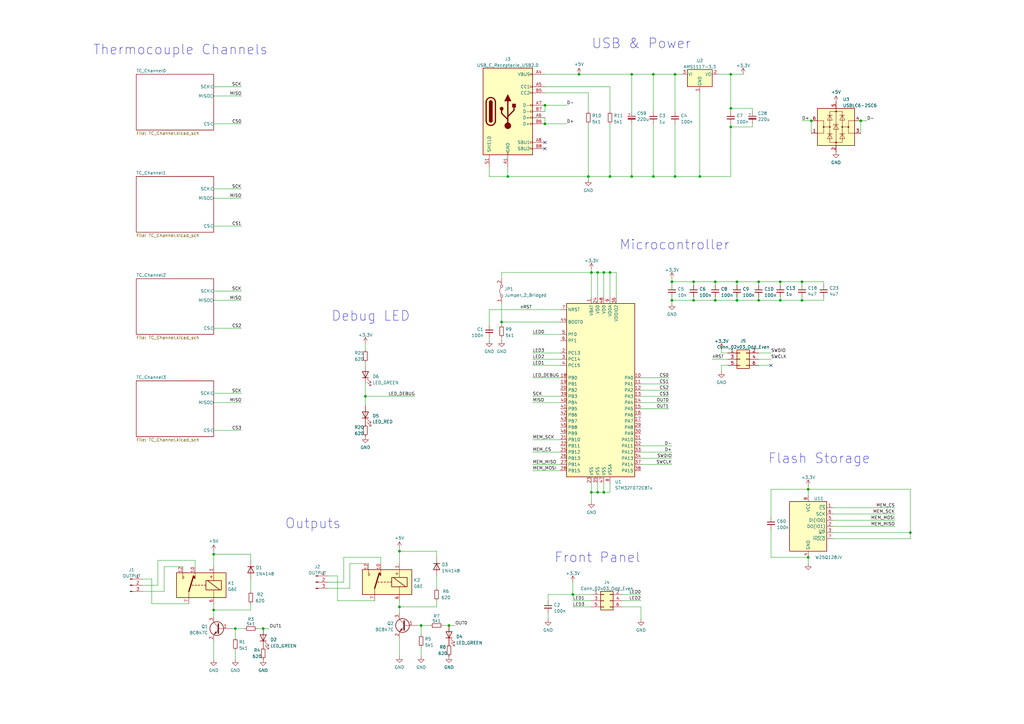
<source format=kicad_sch>
(kicad_sch (version 20230121) (generator eeschema)
  (paper "A3")
  (title_block (title "PTC0402K Temperature Logger") (date "2023-09-13") (rev "1.0") (company "Blueskin Design") (comment 1 "License: CERN-OHL-W") (comment 2 "Designer: Michael Turner"))
  (lib_symbols
    (symbol "Connector:Conn_01x03_Male" (pin_names (offset 1.016) hide)
      (property "Reference" "J" (at 0 5.08 0))
      (property "Value" "Conn_01x03_Male" (at 0 -5.08 0))
      (symbol "Conn_01x03_Male_1_1"
        (pin passive line (at 5.08 2.54 180) (length 3.81) (name "Pin_1") (number "1"))
        (pin passive line (at 5.08 0 180) (length 3.81) (name "Pin_2") (number "2"))
        (pin passive line (at 5.08 -2.54 180) (length 3.81) (name "Pin_3") (number "3"))
      )
    )
    (symbol "Connector:USB_C_Receptacle_USB2.0" (pin_names (offset 1.016))
      (property "Reference" "J" (at -10.16 19.05 0))
      (property "Value" "USB_C_Receptacle_USB2.0" (at 19.05 19.05 0))
      (symbol "USB_C_Receptacle_USB2.0_1_1"
        (pin passive line (at 0 -22.86 90) (length 5.08) (name "GND") (number "A1"))
        (pin passive line (at 0 -22.86 90) (length 5.08) hide (name "GND") (number "A12"))
        (pin passive line (at 15.24 15.24 180) (length 5.08) (name "VBUS") (number "A4"))
        (pin bidirectional line (at 15.24 10.16 180) (length 5.08) (name "CC1") (number "A5"))
        (pin bidirectional line (at 15.24 -2.54 180) (length 5.08) (name "D+") (number "A6"))
        (pin bidirectional line (at 15.24 2.54 180) (length 5.08) (name "D-") (number "A7"))
        (pin bidirectional line (at 15.24 -12.7 180) (length 5.08) (name "SBU1") (number "A8"))
        (pin passive line (at 15.24 15.24 180) (length 5.08) hide (name "VBUS") (number "A9"))
        (pin passive line (at 0 -22.86 90) (length 5.08) hide (name "GND") (number "B1"))
        (pin passive line (at 0 -22.86 90) (length 5.08) hide (name "GND") (number "B12"))
        (pin passive line (at 15.24 15.24 180) (length 5.08) hide (name "VBUS") (number "B4"))
        (pin bidirectional line (at 15.24 7.62 180) (length 5.08) (name "CC2") (number "B5"))
        (pin bidirectional line (at 15.24 -5.08 180) (length 5.08) (name "D+") (number "B6"))
        (pin bidirectional line (at 15.24 0 180) (length 5.08) (name "D-") (number "B7"))
        (pin bidirectional line (at 15.24 -15.24 180) (length 5.08) (name "SBU2") (number "B8"))
        (pin passive line (at 15.24 15.24 180) (length 5.08) hide (name "VBUS") (number "B9"))
        (pin passive line (at -7.62 -22.86 90) (length 5.08) (name "SHIELD") (number "S1"))
      )
    )
    (symbol "Connector_Generic:Conn_02x03_Odd_Even" (pin_names (offset 1.016) hide)
      (property "Reference" "J" (at 1.27 5.08 0))
      (property "Value" "Conn_02x03_Odd_Even" (at 1.27 -5.08 0))
      (symbol "Conn_02x03_Odd_Even_1_1"
        (pin passive line (at -5.08 2.54 0) (length 3.81) (name "Pin_1") (number "1"))
        (pin passive line (at 7.62 2.54 180) (length 3.81) (name "Pin_2") (number "2"))
        (pin passive line (at -5.08 0 0) (length 3.81) (name "Pin_3") (number "3"))
        (pin passive line (at 7.62 0 180) (length 3.81) (name "Pin_4") (number "4"))
        (pin passive line (at -5.08 -2.54 0) (length 3.81) (name "Pin_5") (number "5"))
        (pin passive line (at 7.62 -2.54 180) (length 3.81) (name "Pin_6") (number "6"))
      )
    )
    (symbol "Device:C_Polarized_Small" (pin_numbers hide) (pin_names (offset 0.254) hide)
      (property "Reference" "C" (at 0.254 1.778 0))
      (property "Value" "C_Polarized_Small" (at 0.254 -2.032 0))
      (symbol "C_Polarized_Small_1_1"
        (pin passive line (at 0 2.54 270) (length 1.8542) (name "~") (number "1"))
        (pin passive line (at 0 -2.54 90) (length 1.8542) (name "~") (number "2"))
      )
    )
    (symbol "Device:C_Small" (pin_numbers hide) (pin_names (offset 0.254) hide)
      (property "Reference" "C" (at 0.254 1.778 0))
      (property "Value" "C_Small" (at 0.254 -2.032 0))
      (symbol "C_Small_1_1"
        (pin passive line (at 0 2.54 270) (length 2.032) (name "~") (number "1"))
        (pin passive line (at 0 -2.54 90) (length 2.032) (name "~") (number "2"))
      )
    )
    (symbol "Device:D" (pin_numbers hide) (pin_names (offset 1.016) hide)
      (property "Reference" "D" (at 0 2.54 0))
      (property "Value" "D" (at 0 -2.54 0))
      (symbol "D_1_1"
        (pin passive line (at -3.81 0 0) (length 2.54) (name "K") (number "1"))
        (pin passive line (at 3.81 0 180) (length 2.54) (name "A") (number "2"))
      )
    )
    (symbol "Device:LED" (pin_numbers hide) (pin_names (offset 1.016) hide)
      (property "Reference" "D" (at 0 2.54 0))
      (property "Value" "LED" (at 0 -2.54 0))
      (symbol "LED_1_1"
        (pin passive line (at -3.81 0 0) (length 2.54) (name "K") (number "1"))
        (pin passive line (at 3.81 0 180) (length 2.54) (name "A") (number "2"))
      )
    )
    (symbol "Device:R_Small" (pin_numbers hide) (pin_names (offset 0.254) hide)
      (property "Reference" "R" (at 0.762 0.508 0))
      (property "Value" "R_Small" (at 0.762 -1.016 0))
      (symbol "R_Small_1_1"
        (pin passive line (at 0 2.54 270) (length 0.762) (name "~") (number "1"))
        (pin passive line (at 0 -2.54 90) (length 0.762) (name "~") (number "2"))
      )
    )
    (symbol "Jumper:Jumper_2_Bridged" (pin_names (offset 0) hide)
      (property "Reference" "JP" (at 0 1.905 0))
      (property "Value" "Jumper_2_Bridged" (at 0 -2.54 0))
      (symbol "Jumper_2_Bridged_1_1"
        (pin passive line (at -5.08 0 0) (length 2.54) (name "A") (number "1"))
        (pin passive line (at 5.08 0 180) (length 2.54) (name "B") (number "2"))
      )
    )
    (symbol "MCU_ST_STM32F0:STM32F072C8Tx"
      (property "Reference" "U" (at -15.24 36.83 0))
      (property "Value" "STM32F072C8Tx" (at 7.62 36.83 0))
      (symbol "STM32F072C8Tx_1_1"
        (pin power_in line (at -5.08 38.1 270) (length 2.54) (name "VBAT") (number "1"))
        (pin bidirectional line (at 15.24 5.08 180) (length 2.54) (name "PA0") (number "10"))
        (pin bidirectional line (at 15.24 2.54 180) (length 2.54) (name "PA1") (number "11"))
        (pin bidirectional line (at 15.24 0 180) (length 2.54) (name "PA2") (number "12"))
        (pin bidirectional line (at 15.24 -2.54 180) (length 2.54) (name "PA3") (number "13"))
        (pin bidirectional line (at 15.24 -5.08 180) (length 2.54) (name "PA4") (number "14"))
        (pin bidirectional line (at 15.24 -7.62 180) (length 2.54) (name "PA5") (number "15"))
        (pin bidirectional line (at 15.24 -10.16 180) (length 2.54) (name "PA6") (number "16"))
        (pin bidirectional line (at 15.24 -12.7 180) (length 2.54) (name "PA7") (number "17"))
        (pin bidirectional line (at -17.78 5.08 0) (length 2.54) (name "PB0") (number "18"))
        (pin bidirectional line (at -17.78 2.54 0) (length 2.54) (name "PB1") (number "19"))
        (pin bidirectional line (at -17.78 15.24 0) (length 2.54) (name "PC13") (number "2"))
        (pin bidirectional line (at -17.78 0 0) (length 2.54) (name "PB2") (number "20"))
        (pin bidirectional line (at -17.78 -20.32 0) (length 2.54) (name "PB10") (number "21"))
        (pin bidirectional line (at -17.78 -22.86 0) (length 2.54) (name "PB11") (number "22"))
        (pin power_in line (at -5.08 -38.1 90) (length 2.54) (name "VSS") (number "23"))
        (pin power_in line (at -2.54 38.1 270) (length 2.54) (name "VDD") (number "24"))
        (pin bidirectional line (at -17.78 -25.4 0) (length 2.54) (name "PB12") (number "25"))
        (pin bidirectional line (at -17.78 -27.94 0) (length 2.54) (name "PB13") (number "26"))
        (pin bidirectional line (at -17.78 -30.48 0) (length 2.54) (name "PB14") (number "27"))
        (pin bidirectional line (at -17.78 -33.02 0) (length 2.54) (name "PB15") (number "28"))
        (pin bidirectional line (at 15.24 -15.24 180) (length 2.54) (name "PA8") (number "29"))
        (pin bidirectional line (at -17.78 12.7 0) (length 2.54) (name "PC14") (number "3"))
        (pin bidirectional line (at 15.24 -17.78 180) (length 2.54) (name "PA9") (number "30"))
        (pin bidirectional line (at 15.24 -20.32 180) (length 2.54) (name "PA10") (number "31"))
        (pin bidirectional line (at 15.24 -22.86 180) (length 2.54) (name "PA11") (number "32"))
        (pin bidirectional line (at 15.24 -25.4 180) (length 2.54) (name "PA12") (number "33"))
        (pin bidirectional line (at 15.24 -27.94 180) (length 2.54) (name "PA13") (number "34"))
        (pin power_in line (at -2.54 -38.1 90) (length 2.54) (name "VSS") (number "35"))
        (pin power_in line (at 5.08 38.1 270) (length 2.54) (name "VDDIO2") (number "36"))
        (pin bidirectional line (at 15.24 -30.48 180) (length 2.54) (name "PA14") (number "37"))
        (pin bidirectional line (at 15.24 -33.02 180) (length 2.54) (name "PA15") (number "38"))
        (pin bidirectional line (at -17.78 -2.54 0) (length 2.54) (name "PB3") (number "39"))
        (pin bidirectional line (at -17.78 10.16 0) (length 2.54) (name "PC15") (number "4"))
        (pin bidirectional line (at -17.78 -5.08 0) (length 2.54) (name "PB4") (number "40"))
        (pin bidirectional line (at -17.78 -7.62 0) (length 2.54) (name "PB5") (number "41"))
        (pin bidirectional line (at -17.78 -10.16 0) (length 2.54) (name "PB6") (number "42"))
        (pin bidirectional line (at -17.78 -12.7 0) (length 2.54) (name "PB7") (number "43"))
        (pin input line (at -17.78 27.94 0) (length 2.54) (name "BOOT0") (number "44"))
        (pin bidirectional line (at -17.78 -15.24 0) (length 2.54) (name "PB8") (number "45"))
        (pin bidirectional line (at -17.78 -17.78 0) (length 2.54) (name "PB9") (number "46"))
        (pin power_in line (at 0 -38.1 90) (length 2.54) (name "VSS") (number "47"))
        (pin power_in line (at 0 38.1 270) (length 2.54) (name "VDD") (number "48"))
        (pin input line (at -17.78 22.86 0) (length 2.54) (name "PF0") (number "5"))
        (pin input line (at -17.78 20.32 0) (length 2.54) (name "PF1") (number "6"))
        (pin input line (at -17.78 33.02 0) (length 2.54) (name "NRST") (number "7"))
        (pin power_in line (at 2.54 -38.1 90) (length 2.54) (name "VSSA") (number "8"))
        (pin power_in line (at 2.54 38.1 270) (length 2.54) (name "VDDA") (number "9"))
      )
    )
    (symbol "Memory_Flash:W25X40CLSN"
      (property "Reference" "U" (at -7.62 10.16 0))
      (property "Value" "W25X40CLSN" (at 2.54 10.16 0))
      (symbol "W25X40CLSN_1_1"
        (pin input line (at -10.16 7.62 0) (length 2.54) (name "~{CS}") (number "1"))
        (pin bidirectional line (at -10.16 0 0) (length 2.54) (name "DO(IO1)") (number "2"))
        (pin bidirectional line (at -10.16 -2.54 0) (length 2.54) (name "~{WP}") (number "3"))
        (pin power_in line (at 0 -12.7 90) (length 2.54) (name "GND") (number "4"))
        (pin bidirectional line (at -10.16 2.54 0) (length 2.54) (name "DI(IO0)") (number "5"))
        (pin input line (at -10.16 5.08 0) (length 2.54) (name "SCK") (number "6"))
        (pin bidirectional line (at -10.16 -5.08 0) (length 2.54) (name "~{HOLD}") (number "7"))
        (pin power_in line (at 0 12.7 270) (length 2.54) (name "VCC") (number "8"))
      )
    )
    (symbol "Power_Protection:USBLC6-2SC6" (pin_names hide)
      (property "Reference" "U" (at 2.54 8.89 0))
      (property "Value" "USBLC6-2SC6" (at 2.54 -8.89 0))
      (symbol "USBLC6-2SC6_1_1"
        (pin passive line (at -10.16 -2.54 0) (length 2.54) (name "I/O1") (number "1"))
        (pin passive line (at 0 -10.16 90) (length 2.54) (name "GND") (number "2"))
        (pin passive line (at 10.16 -2.54 180) (length 2.54) (name "I/O2") (number "3"))
        (pin passive line (at 10.16 2.54 180) (length 2.54) (name "I/O2") (number "4"))
        (pin passive line (at 0 10.16 270) (length 2.54) (name "VBUS") (number "5"))
        (pin passive line (at -10.16 2.54 0) (length 2.54) (name "I/O1") (number "6"))
      )
    )
    (symbol "Regulator_Linear:AMS1117-3.3" (pin_names (offset 0.254))
      (property "Reference" "U" (at -3.81 3.175 0))
      (property "Value" "AMS1117-3.3" (at 0 3.175 0))
      (symbol "AMS1117-3.3_1_1"
        (pin power_in line (at 0 -7.62 90) (length 2.54) (name "GND") (number "1"))
        (pin power_out line (at 7.62 0 180) (length 2.54) (name "VO") (number "2"))
        (pin power_in line (at -7.62 0 0) (length 2.54) (name "VI") (number "3"))
      )
    )
    (symbol "Relay:G6E"
      (property "Reference" "K" (at 11.43 3.81 0))
      (property "Value" "G6E" (at 11.43 1.27 0))
      (symbol "G6E_0_0"
        (text "+" (at -4.064 3.556 0) (effects (font (size 1.524 1.524))))
      )
      (symbol "G6E_1_1"
        (pin passive line (at -5.08 7.62 270) (length 2.54) (name "~") (number "1"))
        (pin passive line (at 2.54 7.62 270) (length 2.54) (name "~") (number "10"))
        (pin passive line (at 7.62 7.62 270) (length 2.54) (name "~") (number "12"))
        (pin passive line (at -5.08 -7.62 90) (length 2.54) (name "~") (number "6"))
        (pin passive line (at 5.08 -7.62 90) (length 2.54) (name "~") (number "7"))
      )
    )
    (symbol "Transistor_BJT:BC847" (pin_names (offset 0) hide)
      (property "Reference" "Q" (at 5.08 1.905 0))
      (property "Value" "BC847" (at 5.08 0 0))
      (symbol "BC847_1_1"
        (pin input line (at -5.08 0 0) (length 5.715) (name "B") (number "1"))
        (pin passive line (at 2.54 -5.08 90) (length 2.54) (name "E") (number "2"))
        (pin passive line (at 2.54 5.08 270) (length 2.54) (name "C") (number "3"))
      )
    )
    (symbol "power:+3.3V" (power) (pin_names (offset 0))
      (property "Value" "+3.3V" (at 0 3.556 0))
      (symbol "+3.3V_1_1"
        (pin power_in line (at 0 0 90) (length 0) hide (name "+3.3V") (number "1"))
      )
    )
    (symbol "power:+5V" (power) (pin_names (offset 0))
      (property "Value" "+5V" (at 0 3.556 0))
      (symbol "+5V_1_1"
        (pin power_in line (at 0 0 90) (length 0) hide (name "+5V") (number "1"))
      )
    )
    (symbol "power:GND" (power) (pin_names (offset 0))
      (property "Value" "GND" (at 0 -3.81 0))
      (symbol "GND_1_1"
        (pin power_in line (at 0 0 270) (length 0) hide (name "GND") (number "1"))
      )
    )
  )
  (junction (at 259.08 72.39))
  (junction (at 275.59 123.19))
  (junction (at 275.59 115.57))
  (junction (at 242.57 111.76))
  (junction (at 267.97 30.48))
  (junction (at 223.52 43.18))
  (junction (at 302.26 115.57))
  (junction (at 87.63 250.19))
  (junction (at 284.48 123.19))
  (junction (at 293.37 115.57))
  (junction (at 267.97 72.39))
  (junction (at 328.93 123.19))
  (junction (at 96.52 257.81))
  (junction (at 299.72 52.07))
  (junction (at 320.04 123.19))
  (junction (at 234.95 243.84))
  (junction (at 163.83 226.06))
  (junction (at 250.19 72.39))
  (junction (at 299.72 44.45))
  (junction (at 241.3 72.39))
  (junction (at 208.28 72.39))
  (junction (at 331.47 228.6))
  (junction (at 259.08 30.48))
  (junction (at 172.72 256.54))
  (junction (at 287.02 72.39))
  (junction (at 293.37 123.19))
  (junction (at 107.95 257.81))
  (junction (at 245.11 111.76))
  (junction (at 247.65 201.93))
  (junction (at 250.19 111.76))
  (junction (at 311.15 115.57))
  (junction (at 245.11 201.93))
  (junction (at 205.74 132.08))
  (junction (at 247.65 111.76))
  (junction (at 87.63 227.33))
  (junction (at 276.86 72.39))
  (junction (at 320.04 115.57))
  (junction (at 223.52 50.8))
  (junction (at 276.86 30.48))
  (junction (at 328.93 115.57))
  (junction (at 299.72 30.48))
  (junction (at 331.47 200.66))
  (junction (at 163.83 248.92))
  (junction (at 353.06 49.53))
  (junction (at 302.26 123.19))
  (junction (at 242.57 201.93))
  (junction (at 149.86 162.56))
  (junction (at 237.49 30.48))
  (junction (at 284.48 115.57))
  (junction (at 311.15 123.19))
  (junction (at 373.38 218.44))
  (junction (at 184.15 256.54))
  (junction (at 332.74 49.53))
  (no_connect (at 223.52 58.42))
  (no_connect (at 223.52 60.96))
  (no_connect (at 316.23 149.86))
  (wire (pts (xy 255.27 246.38) (xy 262.89 246.38)))
  (wire (pts (xy 259.08 30.48) (xy 267.97 30.48)))
  (wire (pts (xy 87.63 165.1) (xy 99.06 165.1)))
  (wire (pts (xy 267.97 50.8) (xy 267.97 72.39)))
  (wire (pts (xy 80.01 232.41) (xy 80.01 229.87)))
  (wire (pts (xy 311.15 149.86) (xy 316.23 149.86)))
  (wire (pts (xy 295.91 144.78) (xy 298.45 144.78)))
  (wire (pts (xy 102.87 237.49) (xy 102.87 242.57)))
  (wire (pts (xy 205.74 111.76) (xy 205.74 114.3)))
  (wire (pts (xy 229.87 127) (xy 200.66 127)))
  (wire (pts (xy 262.89 190.5) (xy 275.59 190.5)))
  (wire (pts (xy 153.67 246.38) (xy 138.43 246.38)))
  (wire (pts (xy 134.62 236.22) (xy 138.43 236.22)))
  (wire (pts (xy 320.04 115.57) (xy 320.04 116.84)))
  (wire (pts (xy 295.91 143.51) (xy 295.91 144.78)))
  (wire (pts (xy 241.3 72.39) (xy 241.3 73.66)))
  (wire (pts (xy 275.59 115.57) (xy 284.48 115.57)))
  (wire (pts (xy 328.93 121.92) (xy 328.93 123.19)))
  (wire (pts (xy 102.87 250.19) (xy 87.63 250.19)))
  (wire (pts (xy 250.19 35.56) (xy 250.19 45.72)))
  (wire (pts (xy 250.19 50.8) (xy 250.19 72.39)))
  (wire (pts (xy 163.83 224.79) (xy 163.83 226.06)))
  (wire (pts (xy 341.63 210.82) (xy 367.03 210.82)))
  (wire (pts (xy 172.72 265.43) (xy 172.72 269.24)))
  (wire (pts (xy 179.07 248.92) (xy 163.83 248.92)))
  (wire (pts (xy 218.44 185.42) (xy 229.87 185.42)))
  (wire (pts (xy 205.74 132.08) (xy 229.87 132.08)))
  (wire (pts (xy 302.26 121.92) (xy 302.26 123.19)))
  (wire (pts (xy 302.26 123.19) (xy 293.37 123.19)))
  (wire (pts (xy 241.3 38.1) (xy 241.3 45.72)))
  (wire (pts (xy 247.65 111.76) (xy 247.65 121.92)))
  (wire (pts (xy 298.45 149.86) (xy 295.91 149.86)))
  (wire (pts (xy 341.63 213.36) (xy 367.03 213.36)))
  (wire (pts (xy 205.74 133.35) (xy 205.74 132.08)))
  (wire (pts (xy 275.59 121.92) (xy 275.59 123.19)))
  (wire (pts (xy 316.23 228.6) (xy 331.47 228.6)))
  (wire (pts (xy 275.59 115.57) (xy 275.59 116.84)))
  (wire (pts (xy 87.63 226.06) (xy 87.63 227.33)))
  (wire (pts (xy 262.89 185.42) (xy 275.59 185.42)))
  (wire (pts (xy 341.63 208.28) (xy 367.03 208.28)))
  (wire (pts (xy 311.15 115.57) (xy 311.15 116.84)))
  (wire (pts (xy 229.87 190.5) (xy 218.44 190.5)))
  (wire (pts (xy 316.23 217.17) (xy 316.23 228.6)))
  (wire (pts (xy 262.89 182.88) (xy 275.59 182.88)))
  (wire (pts (xy 320.04 123.19) (xy 328.93 123.19)))
  (wire (pts (xy 149.86 140.97) (xy 149.86 143.51)))
  (wire (pts (xy 308.61 44.45) (xy 308.61 45.72)))
  (wire (pts (xy 341.63 218.44) (xy 373.38 218.44)))
  (wire (pts (xy 331.47 199.39) (xy 331.47 200.66)))
  (wire (pts (xy 87.63 227.33) (xy 87.63 232.41)))
  (wire (pts (xy 250.19 111.76) (xy 252.73 111.76)))
  (wire (pts (xy 274.32 165.1) (xy 262.89 165.1)))
  (wire (pts (xy 205.74 124.46) (xy 205.74 132.08)))
  (wire (pts (xy 102.87 247.65) (xy 102.87 250.19)))
  (wire (pts (xy 163.83 248.92) (xy 163.83 251.46)))
  (wire (pts (xy 311.15 121.92) (xy 311.15 123.19)))
  (wire (pts (xy 293.37 115.57) (xy 302.26 115.57)))
  (wire (pts (xy 87.63 134.62) (xy 99.06 134.62)))
  (wire (pts (xy 218.44 137.16) (xy 229.87 137.16)))
  (wire (pts (xy 87.63 92.71) (xy 99.06 92.71)))
  (wire (pts (xy 250.19 201.93) (xy 250.19 198.12)))
  (wire (pts (xy 287.02 38.1) (xy 287.02 72.39)))
  (wire (pts (xy 64.77 229.87) (xy 64.77 240.03)))
  (wire (pts (xy 96.52 257.81) (xy 96.52 261.62)))
  (wire (pts (xy 223.52 50.8) (xy 232.41 50.8)))
  (wire (pts (xy 245.11 111.76) (xy 247.65 111.76)))
  (wire (pts (xy 208.28 72.39) (xy 241.3 72.39)))
  (wire (pts (xy 245.11 111.76) (xy 245.11 121.92)))
  (wire (pts (xy 320.04 123.19) (xy 311.15 123.19)))
  (wire (pts (xy 74.93 232.41) (xy 67.31 232.41)))
  (wire (pts (xy 163.83 226.06) (xy 179.07 226.06)))
  (wire (pts (xy 234.95 248.92) (xy 242.57 248.92)))
  (wire (pts (xy 331.47 228.6) (xy 331.47 231.14)))
  (wire (pts (xy 373.38 218.44) (xy 373.38 200.66)))
  (wire (pts (xy 100.33 257.81) (xy 96.52 257.81)))
  (wire (pts (xy 299.72 30.48) (xy 304.8 30.48)))
  (wire (pts (xy 311.15 144.78) (xy 316.23 144.78)))
  (wire (pts (xy 341.63 220.98) (xy 373.38 220.98)))
  (wire (pts (xy 353.06 49.53) (xy 355.6 49.53)))
  (wire (pts (xy 293.37 121.92) (xy 293.37 123.19)))
  (wire (pts (xy 156.21 231.14) (xy 156.21 228.6)))
  (wire (pts (xy 262.89 162.56) (xy 274.32 162.56)))
  (wire (pts (xy 299.72 45.72) (xy 299.72 44.45)))
  (wire (pts (xy 267.97 30.48) (xy 267.97 45.72)))
  (wire (pts (xy 87.63 123.19) (xy 99.06 123.19)))
  (wire (pts (xy 200.66 127) (xy 200.66 133.35)))
  (wire (pts (xy 223.52 30.48) (xy 237.49 30.48)))
  (wire (pts (xy 234.95 238.76) (xy 234.95 243.84)))
  (wire (pts (xy 105.41 257.81) (xy 107.95 257.81)))
  (wire (pts (xy 241.3 50.8) (xy 241.3 72.39)))
  (wire (pts (xy 62.23 247.65) (xy 62.23 237.49)))
  (wire (pts (xy 200.66 138.43) (xy 200.66 139.7)))
  (wire (pts (xy 311.15 115.57) (xy 320.04 115.57)))
  (wire (pts (xy 223.52 35.56) (xy 250.19 35.56)))
  (wire (pts (xy 87.63 35.56) (xy 99.06 35.56)))
  (wire (pts (xy 259.08 30.48) (xy 259.08 45.72)))
  (wire (pts (xy 337.82 121.92) (xy 337.82 123.19)))
  (wire (pts (xy 274.32 167.64) (xy 262.89 167.64)))
  (wire (pts (xy 247.65 198.12) (xy 247.65 201.93)))
  (wire (pts (xy 163.83 226.06) (xy 163.83 231.14)))
  (wire (pts (xy 252.73 111.76) (xy 252.73 121.92)))
  (wire (pts (xy 156.21 228.6) (xy 140.97 228.6)))
  (wire (pts (xy 242.57 201.93) (xy 245.11 201.93)))
  (wire (pts (xy 299.72 44.45) (xy 308.61 44.45)))
  (wire (pts (xy 255.27 243.84) (xy 262.89 243.84)))
  (wire (pts (xy 179.07 236.22) (xy 179.07 241.3)))
  (wire (pts (xy 332.74 49.53) (xy 332.74 54.61)))
  (wire (pts (xy 143.51 241.3) (xy 134.62 241.3)))
  (wire (pts (xy 208.28 68.58) (xy 208.28 72.39)))
  (wire (pts (xy 149.86 162.56) (xy 170.18 162.56)))
  (wire (pts (xy 331.47 200.66) (xy 316.23 200.66)))
  (wire (pts (xy 276.86 30.48) (xy 276.86 45.72)))
  (wire (pts (xy 293.37 115.57) (xy 293.37 116.84)))
  (wire (pts (xy 87.63 50.8) (xy 99.06 50.8)))
  (wire (pts (xy 247.65 111.76) (xy 250.19 111.76)))
  (wire (pts (xy 302.26 115.57) (xy 311.15 115.57)))
  (wire (pts (xy 262.89 157.48) (xy 274.32 157.48)))
  (wire (pts (xy 237.49 30.48) (xy 259.08 30.48)))
  (wire (pts (xy 242.57 198.12) (xy 242.57 201.93)))
  (wire (pts (xy 87.63 250.19) (xy 87.63 252.73)))
  (wire (pts (xy 284.48 115.57) (xy 284.48 116.84)))
  (wire (pts (xy 299.72 52.07) (xy 308.61 52.07)))
  (wire (pts (xy 205.74 138.43) (xy 205.74 139.7)))
  (wire (pts (xy 218.44 144.78) (xy 229.87 144.78)))
  (wire (pts (xy 179.07 246.38) (xy 179.07 248.92)))
  (wire (pts (xy 250.19 111.76) (xy 250.19 121.92)))
  (wire (pts (xy 311.15 123.19) (xy 302.26 123.19)))
  (wire (pts (xy 138.43 246.38) (xy 138.43 236.22)))
  (wire (pts (xy 224.79 246.38) (xy 224.79 243.84)))
  (wire (pts (xy 293.37 123.19) (xy 284.48 123.19)))
  (wire (pts (xy 320.04 115.57) (xy 328.93 115.57)))
  (wire (pts (xy 284.48 115.57) (xy 293.37 115.57)))
  (wire (pts (xy 234.95 243.84) (xy 242.57 243.84)))
  (wire (pts (xy 241.3 72.39) (xy 250.19 72.39)))
  (wire (pts (xy 218.44 165.1) (xy 229.87 165.1)))
  (wire (pts (xy 179.07 226.06) (xy 179.07 228.6)))
  (wire (pts (xy 262.89 187.96) (xy 275.59 187.96)))
  (wire (pts (xy 163.83 261.62) (xy 163.83 269.24)))
  (wire (pts (xy 223.52 48.26) (xy 223.52 50.8)))
  (wire (pts (xy 262.89 160.02) (xy 274.32 160.02)))
  (wire (pts (xy 316.23 200.66) (xy 316.23 212.09)))
  (wire (pts (xy 242.57 110.49) (xy 242.57 111.76)))
  (wire (pts (xy 140.97 228.6) (xy 140.97 238.76)))
  (wire (pts (xy 151.13 231.14) (xy 143.51 231.14)))
  (wire (pts (xy 200.66 72.39) (xy 208.28 72.39)))
  (wire (pts (xy 67.31 232.41) (xy 67.31 242.57)))
  (wire (pts (xy 223.52 38.1) (xy 241.3 38.1)))
  (wire (pts (xy 242.57 201.93) (xy 242.57 205.74)))
  (wire (pts (xy 223.52 43.18) (xy 232.41 43.18)))
  (wire (pts (xy 64.77 240.03) (xy 58.42 240.03)))
  (wire (pts (xy 80.01 229.87) (xy 64.77 229.87)))
  (wire (pts (xy 96.52 257.81) (xy 95.25 257.81)))
  (wire (pts (xy 262.89 248.92) (xy 262.89 254)))
  (wire (pts (xy 87.63 81.28) (xy 99.06 81.28)))
  (wire (pts (xy 242.57 111.76) (xy 242.57 121.92)))
  (wire (pts (xy 224.79 251.46) (xy 224.79 254)))
  (wire (pts (xy 299.72 72.39) (xy 299.72 52.07)))
  (wire (pts (xy 242.57 111.76) (xy 245.11 111.76)))
  (wire (pts (xy 87.63 227.33) (xy 102.87 227.33)))
  (wire (pts (xy 276.86 50.8) (xy 276.86 72.39)))
  (wire (pts (xy 87.63 262.89) (xy 87.63 270.51)))
  (wire (pts (xy 259.08 72.39) (xy 267.97 72.39)))
  (wire (pts (xy 143.51 231.14) (xy 143.51 241.3)))
  (wire (pts (xy 276.86 30.48) (xy 279.4 30.48)))
  (wire (pts (xy 328.93 123.19) (xy 337.82 123.19)))
  (wire (pts (xy 255.27 248.92) (xy 262.89 248.92)))
  (wire (pts (xy 87.63 176.53) (xy 99.06 176.53)))
  (wire (pts (xy 234.95 246.38) (xy 242.57 246.38)))
  (wire (pts (xy 311.15 147.32) (xy 316.23 147.32)))
  (wire (pts (xy 275.59 123.19) (xy 275.59 124.46)))
  (wire (pts (xy 218.44 154.94) (xy 229.87 154.94)))
  (wire (pts (xy 250.19 72.39) (xy 259.08 72.39)))
  (wire (pts (xy 320.04 121.92) (xy 320.04 123.19)))
  (wire (pts (xy 294.64 30.48) (xy 299.72 30.48)))
  (wire (pts (xy 163.83 246.38) (xy 163.83 248.92)))
  (wire (pts (xy 299.72 44.45) (xy 299.72 30.48)))
  (wire (pts (xy 287.02 72.39) (xy 299.72 72.39)))
  (wire (pts (xy 267.97 72.39) (xy 276.86 72.39)))
  (wire (pts (xy 107.95 257.81) (xy 110.49 257.81)))
  (wire (pts (xy 87.63 247.65) (xy 87.63 250.19)))
  (wire (pts (xy 245.11 201.93) (xy 247.65 201.93)))
  (wire (pts (xy 200.66 68.58) (xy 200.66 72.39)))
  (wire (pts (xy 87.63 39.37) (xy 99.06 39.37)))
  (wire (pts (xy 295.91 149.86) (xy 295.91 152.4)))
  (wire (pts (xy 134.62 238.76) (xy 140.97 238.76)))
  (wire (pts (xy 229.87 180.34) (xy 218.44 180.34)))
  (wire (pts (xy 262.89 154.94) (xy 274.32 154.94)))
  (wire (pts (xy 276.86 72.39) (xy 287.02 72.39)))
  (wire (pts (xy 275.59 114.3) (xy 275.59 115.57)))
  (wire (pts (xy 218.44 193.04) (xy 229.87 193.04)))
  (wire (pts (xy 328.93 49.53) (xy 332.74 49.53)))
  (wire (pts (xy 58.42 242.57) (xy 67.31 242.57)))
  (wire (pts (xy 328.93 115.57) (xy 328.93 116.84)))
  (wire (pts (xy 172.72 256.54) (xy 171.45 256.54)))
  (wire (pts (xy 337.82 115.57) (xy 337.82 116.84)))
  (wire (pts (xy 172.72 256.54) (xy 172.72 260.35)))
  (wire (pts (xy 259.08 50.8) (xy 259.08 72.39)))
  (wire (pts (xy 341.63 215.9) (xy 367.03 215.9)))
  (wire (pts (xy 328.93 115.57) (xy 337.82 115.57)))
  (wire (pts (xy 218.44 147.32) (xy 229.87 147.32)))
  (wire (pts (xy 87.63 119.38) (xy 99.06 119.38)))
  (wire (pts (xy 284.48 123.19) (xy 275.59 123.19)))
  (wire (pts (xy 284.48 121.92) (xy 284.48 123.19)))
  (wire (pts (xy 87.63 161.29) (xy 99.06 161.29)))
  (wire (pts (xy 176.53 256.54) (xy 172.72 256.54)))
  (wire (pts (xy 102.87 227.33) (xy 102.87 229.87)))
  (wire (pts (xy 62.23 237.49) (xy 58.42 237.49)))
  (wire (pts (xy 247.65 201.93) (xy 250.19 201.93)))
  (wire (pts (xy 149.86 162.56) (xy 149.86 166.37)))
  (wire (pts (xy 149.86 157.48) (xy 149.86 162.56)))
  (wire (pts (xy 96.52 266.7) (xy 96.52 270.51)))
  (wire (pts (xy 181.61 256.54) (xy 184.15 256.54)))
  (wire (pts (xy 292.1 147.32) (xy 298.45 147.32)))
  (wire (pts (xy 308.61 50.8) (xy 308.61 52.07)))
  (wire (pts (xy 77.47 247.65) (xy 62.23 247.65)))
  (wire (pts (xy 373.38 218.44) (xy 373.38 220.98)))
  (wire (pts (xy 218.44 149.86) (xy 229.87 149.86)))
  (wire (pts (xy 224.79 243.84) (xy 234.95 243.84)))
  (wire (pts (xy 245.11 198.12) (xy 245.11 201.93)))
  (wire (pts (xy 331.47 200.66) (xy 373.38 200.66)))
  (wire (pts (xy 353.06 49.53) (xy 353.06 54.61)))
  (wire (pts (xy 218.44 162.56) (xy 229.87 162.56)))
  (wire (pts (xy 223.52 43.18) (xy 223.52 45.72)))
  (wire (pts (xy 299.72 52.07) (xy 299.72 50.8)))
  (wire (pts (xy 331.47 200.66) (xy 331.47 203.2)))
  (wire (pts (xy 184.15 256.54) (xy 186.69 256.54)))
  (wire (pts (xy 242.57 111.76) (xy 205.74 111.76)))
  (wire (pts (xy 302.26 115.57) (xy 302.26 116.84)))
  (wire (pts (xy 267.97 30.48) (xy 276.86 30.48)))
  (wire (pts (xy 87.63 77.47) (xy 99.06 77.47)))
  (wire (pts (xy 149.86 148.59) (xy 149.86 149.86)))
  (text "Microcontroller" (at 254 102.87 0) (effects (font (size 4 4)) (justify left bottom)))
  (text "Debug LED\n" (at 135.89 132.08 0) (effects (font (size 4 4)) (justify left bottom)))
  (text "Flash Storage" (at 314.96 190.5 0) (effects (font (size 4 4)) (justify left bottom)))
  (text "Thermocouple Channels" (at 38.1 22.86 0) (effects (font (size 4 4)) (justify left bottom)))
  (text "Outputs" (at 116.84 217.17 0) (effects (font (size 4 4)) (justify left bottom)))
  (text "Front Panel" (at 227.33 231.14 0) (effects (font (size 4 4)) (justify left bottom)))
  (text "USB & Power" (at 242.57 20.32 0) (effects (font (size 4 4)) (justify left bottom)))
  (label "CS1" (at 99.06 92.71 180))
  (label "LED0" (at 218.44 137.16 0))
  (label "D+" (at 275.59 185.42 180))
  (label "MISO" (at 99.06 123.19 180))
  (label "CS3" (at 274.32 162.56 180))
  (label "MEM_MISO" (at 367.03 215.9 180))
  (label "MISO" (at 99.06 165.1 180))
  (label "SCK" (at 99.06 77.47 180))
  (label "MEM_SCK" (at 218.44 180.34 0))
  (label "MEM_CS" (at 367.03 208.28 180))
  (label "SCK" (at 218.44 162.56 0))
  (label "LED3" (at 218.44 144.78 0))
  (label "OUT0" (at 186.69 256.54 0))
  (label "SCK" (at 99.06 119.38 180))
  (label "D+" (at 328.93 49.53 0))
  (label "SWCLK" (at 275.59 190.5 180))
  (label "LED0" (at 262.89 243.84 180))
  (label "D-" (at 355.6 49.53 0))
  (label "SWDIO" (at 275.59 187.96 180))
  (label "OUT0" (at 274.32 165.1 180))
  (label "MISO" (at 218.44 165.1 0))
  (label "nRST" (at 292.1 147.32 0))
  (label "CS3" (at 99.06 176.53 180))
  (label "nRST" (at 213.36 127 0))
  (label "MISO" (at 99.06 81.28 180))
  (label "D+" (at 232.41 50.8 0))
  (label "D-" (at 232.41 43.18 0))
  (label "CS1" (at 274.32 157.48 180))
  (label "SWCLK" (at 316.23 147.32 0))
  (label "D-" (at 275.59 182.88 180))
  (label "OUT1" (at 110.49 257.81 0))
  (label "LED_DEBUG" (at 218.44 154.94 0))
  (label "SCK" (at 99.06 35.56 180))
  (label "MEM_MOSI" (at 218.44 193.04 0))
  (label "LED1" (at 218.44 149.86 0))
  (label "MISO" (at 99.06 39.37 180))
  (label "OUT1" (at 274.32 167.64 180))
  (label "LED3" (at 234.95 248.92 0))
  (label "LED1" (at 234.95 246.38 0))
  (label "CS0" (at 99.06 50.8 180))
  (label "SCK" (at 99.06 161.29 180))
  (label "CS2" (at 274.32 160.02 180))
  (label "CS0" (at 274.32 154.94 180))
  (label "LED2" (at 218.44 147.32 0))
  (label "MEM_MISO" (at 218.44 190.5 0))
  (label "MEM_MOSI" (at 367.03 213.36 180))
  (label "MEM_CS" (at 218.44 185.42 0))
  (label "CS2" (at 99.06 134.62 180))
  (label "LED_DEBUG" (at 170.18 162.56 180))
  (label "LED2" (at 262.89 246.38 180))
  (label "MEM_SCK" (at 367.03 210.82 180))
  (label "SWDIO" (at 316.23 144.78 0))
  (symbol (lib_id "power:GND") (at 87.63 270.51 0) (unit 1)
    (property "Reference" "#PWR02" (effects hide))
    (property "Value" "GND" (at 87.63 274.9534 0))
  )
  (symbol (lib_id "power:GND") (at 342.9 62.23 0) (unit 1)
    (property "Reference" "#PWR022" (effects hide))
    (property "Value" "GND" (at 342.9 66.6734 0))
  )
  (symbol (lib_id "Device:C_Small") (at 200.66 135.89 0) (mirror y) (unit 1)
    (property "Reference" "C1" (at 198.3359 135.0616 0) (effects (justify left)))
    (property "Value" "100n" (at 198.3359 137.5985 0) (effects (justify left)))
    (property "Footprint" "Capacitor_SMD:C_0603_1608Metric" (effects hide))
    (property "JLC Part Number" "C14663" (effects hide))
  )
  (symbol (lib_id "power:GND") (at 241.3 73.66 0) (unit 1)
    (property "Reference" "#PWR013" (effects hide))
    (property "Value" "GND" (at 241.3 78.1034 0))
  )
  (symbol (lib_id "Device:C_Small") (at 284.48 119.38 0) (unit 1)
    (property "Reference" "C6" (at 286.8041 118.5516 0) (effects (justify left)))
    (property "Value" "100n" (at 286.8041 121.0885 0) (effects (justify left)))
    (property "Footprint" "Capacitor_SMD:C_0603_1608Metric" (effects hide))
    (property "JLC Part Number" "C14663" (effects hide))
  )
  (symbol (lib_id "Relay:G6E") (at 158.75 238.76 0) (mirror y) (unit 1)
    (property "Reference" "K2" (at 169.672 237.9253 0) (effects (justify right)))
    (property "Value" "G6E" (at 169.672 240.4622 0) (effects (justify right)))
    (property "Footprint" "Relay_THT:Relay_SPDT_Omron_G6E" (effects hide))
    (property "Datasheet" "https://www.omron.com/ecb/products/pdf/en-g6e.pdf" (effects hide))
    (property "JLC Part Number" "C43125" (effects hide))
  )
  (symbol (lib_id "Connector_Generic:Conn_02x03_Odd_Even") (at 247.65 246.38 0) (unit 1)
    (property "Reference" "J4" (at 248.92 238.8702 0))
    (property "Value" "Conn_02x03_Odd_Even" (at 248.92 241.4071 0))
    (property "Footprint" "Connector_PinHeader_2.54mm:PinHeader_2x03_P2.54mm_Horizontal" (effects hide))
    (property "JLC Part Number" "DNP" (effects hide))
  )
  (symbol (lib_id "Device:R_Small") (at 184.15 266.7 180) (unit 1)
    (property "Reference" "R8" (at 181.61 265.43 0))
    (property "Value" "620" (at 181.61 267.97 0))
    (property "Footprint" "Resistor_SMD:R_0603_1608Metric" (effects hide))
    (property "JLC Part Number" "C23220" (effects hide))
  )
  (symbol (lib_id "Device:C_Small") (at 275.59 119.38 0) (unit 1)
    (property "Reference" "C5" (at 277.9141 118.5516 0) (effects (justify left)))
    (property "Value" "10n" (at 277.9141 121.0885 0) (effects (justify left)))
    (property "Footprint" "Capacitor_SMD:C_0603_1608Metric" (effects hide))
    (property "JLC Part Number" "C57112" (effects hide))
  )
  (symbol (lib_id "Device:C_Small") (at 337.82 119.38 0) (unit 1)
    (property "Reference" "C23" (at 340.1441 118.1742 0) (effects (justify left)))
    (property "Value" "4u7" (at 340.1441 120.5984 0) (effects (justify left)))
    (property "Footprint" "Capacitor_SMD:C_0603_1608Metric" (effects hide))
    (property "JLC Part Number" "C19666" (effects hide))
  )
  (symbol (lib_id "Transistor_BJT:BC847") (at 166.37 256.54 0) (mirror y) (unit 1)
    (property "Reference" "Q2" (at 161.5186 255.7053 0) (effects (justify left)))
    (property "Value" "BC847C" (at 161.5186 258.2422 0) (effects (justify left)))
    (property "Footprint" "Package_TO_SOT_SMD:SOT-23" (effects hide))
    (property "Datasheet" "http://www.infineon.com/dgdl/Infineon-BC847SERIES_BC848SERIES_BC849SERIES_BC850SERIES-DS-v01_01-en.pdf?fileId=db3a304314dca389011541d4630a1657" (effects hide))
    (property "JLC Part Number" "C8664" (effects hide))
  )
  (symbol (lib_id "Connector:USB_C_Receptacle_USB2.0") (at 208.28 45.72 0) (unit 1)
    (property "Reference" "J3" (at 208.28 24.2402 0))
    (property "Value" "USB_C_Receptacle_USB2.0" (at 208.28 26.7771 0))
    (property "Footprint" "Connector_USB:USB_C_Receptacle_Palconn_UTC16-G" (effects hide))
    (property "Datasheet" "https://www.usb.org/sites/default/files/documents/usb_type-c.zip" (effects hide))
    (property "JLC Part Number" "C2831450" (effects hide))
  )
  (symbol (lib_id "Device:LED") (at 149.86 170.18 90) (unit 1)
    (property "Reference" "D5" (at 152.781 170.5554 90) (effects (justify right)))
    (property "Value" "LED_RED" (at 152.781 172.9796 90) (effects (justify right)))
    (property "Footprint" "LED_SMD:LED_0603_1608Metric" (effects hide))
  )
  (symbol (lib_id "Device:C_Small") (at 293.37 119.38 0) (unit 1)
    (property "Reference" "C8" (at 295.6941 118.5516 0) (effects (justify left)))
    (property "Value" "100n" (at 295.6941 121.0885 0) (effects (justify left)))
    (property "Footprint" "Capacitor_SMD:C_0603_1608Metric" (effects hide))
    (property "JLC Part Number" "C14663" (effects hide))
  )
  (symbol (lib_id "power:+3.3V") (at 275.59 114.3 0) (unit 1)
    (property "Reference" "#PWR018" (effects hide))
    (property "Value" "+3.3V" (at 275.59 110.7242 0))
  )
  (symbol (lib_id "power:+5V") (at 342.9 41.91 0) (unit 1)
    (property "Reference" "#PWR041" (effects hide))
    (property "Value" "+5V" (at 342.9 37.7769 0))
  )
  (symbol (lib_id "power:GND") (at 163.83 269.24 0) (unit 1)
    (property "Reference" "#PWR06" (effects hide))
    (property "Value" "GND" (at 163.83 273.6834 0))
  )
  (symbol (lib_id "power:+3.3V") (at 304.8 30.48 0) (unit 1)
    (property "Reference" "#PWR020" (effects hide))
    (property "Value" "+3.3V" (at 304.8 26.9042 0))
  )
  (symbol (lib_id "Device:C_Polarized_Small") (at 308.61 48.26 0) (unit 1)
    (property "Reference" "C28" (at 310.769 46.5018 0) (effects (justify left)))
    (property "Value" "220u" (at 310.769 48.926 0) (effects (justify left)))
    (property "Footprint" "Capacitor_SMD:CP_Elec_6.3x7.7" (effects hide))
    (property "JLC Part Number" "C401650" (effects hide))
  )
  (symbol (lib_id "Device:LED") (at 107.95 261.62 90) (unit 1)
    (property "Reference" "D2" (at 110.871 262.3728 90) (effects (justify right)))
    (property "Value" "LED_GREEN" (at 110.871 264.9097 90) (effects (justify right)))
    (property "Footprint" "LED_SMD:LED_0603_1608Metric" (effects hide))
    (property "JLC Part Number" "C72043" (effects hide))
  )
  (symbol (lib_id "power:GND") (at 331.47 231.14 0) (unit 1)
    (property "Reference" "#PWR021" (effects hide))
    (property "Value" "GND" (effects hide))
  )
  (symbol (lib_id "Relay:G6E") (at 82.55 240.03 0) (mirror y) (unit 1)
    (property "Reference" "K1" (at 93.472 239.1953 0) (effects (justify right)))
    (property "Value" "G6E" (at 93.472 241.7322 0) (effects (justify right)))
    (property "Footprint" "Relay_THT:Relay_SPDT_Omron_G6E" (effects hide))
    (property "Datasheet" "https://www.omron.com/ecb/products/pdf/en-g6e.pdf" (effects hide))
    (property "JLC Part Number" "C43125" (effects hide))
  )
  (symbol (lib_id "Device:R_Small") (at 102.87 257.81 90) (unit 1)
    (property "Reference" "R3" (at 102.87 254 90))
    (property "Value" "5k1" (at 102.87 255.9105 90))
    (property "Footprint" "Resistor_SMD:R_0603_1608Metric" (effects hide))
    (property "JLC Part Number" "C3013567" (effects hide))
  )
  (symbol (lib_id "power:+3.3V") (at 149.86 140.97 0) (unit 1)
    (property "Reference" "#PWR044" (effects hide))
    (property "Value" "+3.3V" (at 149.86 137.3942 0))
  )
  (symbol (lib_id "Memory_Flash:W25X40CLSN") (at 331.47 215.9 0) (mirror y) (unit 1)
    (property "Reference" "U11" (at 337.82 204.47 0) (effects (justify left)))
    (property "Value" "W25Q128JV" (at 345.44 228.6 0) (effects (justify left)))
    (property "Footprint" "Package_SO:SOIC-8_5.275x5.275mm_P1.27mm" (effects hide))
  )
  (symbol (lib_id "Device:R_Small") (at 179.07 243.84 180) (unit 1)
    (property "Reference" "R6" (at 182.88 242.57 0))
    (property "Value" "620" (at 182.88 245.11 0))
    (property "Footprint" "Resistor_SMD:R_0603_1608Metric" (effects hide))
    (property "JLC Part Number" "C23220" (effects hide))
  )
  (symbol (lib_id "power:+3.3V") (at 242.57 110.49 0) (unit 1)
    (property "Reference" "#PWR015" (effects hide))
    (property "Value" "+3.3V" (at 242.57 106.9142 0))
  )
  (symbol (lib_id "power:GND") (at 96.52 270.51 0) (unit 1)
    (property "Reference" "#PWR03" (effects hide))
    (property "Value" "GND" (at 96.52 274.9534 0))
  )
  (symbol (lib_id "Device:R_Small") (at 172.72 262.89 180) (unit 1)
    (property "Reference" "R5" (at 174.2186 262.0553 0) (effects (justify right)))
    (property "Value" "5k1" (at 174.2186 264.5922 0) (effects (justify right)))
    (property "Footprint" "Resistor_SMD:R_0603_1608Metric" (effects hide))
    (property "JLC Part Number" "C3013567" (effects hide))
  )
  (symbol (lib_id "power:+3.3V") (at 331.47 199.39 0) (mirror y) (unit 1)
    (property "Reference" "#PWR042" (effects hide))
    (property "Value" "+3.3V" (at 331.47 195.8142 0))
  )
  (symbol (lib_id "Device:LED") (at 149.86 153.67 90) (unit 1)
    (property "Reference" "D6" (at 152.781 154.4228 90) (effects (justify right)))
    (property "Value" "LED_GREEN" (at 152.781 156.9597 90) (effects (justify right)))
    (property "Footprint" "LED_SMD:LED_0603_1608Metric" (effects hide))
    (property "JLC Part Number" "C72043" (effects hide))
  )
  (symbol (lib_id "MCU_ST_STM32F0:STM32F072C8Tx") (at 247.65 160.02 0) (unit 1)
    (property "Reference" "U1" (at 252.2094 197.6104 0) (effects (justify left)))
    (property "Value" "STM32F072C8Tx" (at 252.2094 200.1473 0) (effects (justify left)))
    (property "Footprint" "Package_QFP:LQFP-48_7x7mm_P0.5mm" (effects hide))
    (property "Datasheet" "http://www.st.com/st-web-ui/static/active/en/resource/technical/document/datasheet/DM00090510.pdf" (effects hide))
    (property "JLC Part Number" "C80488" (effects hide))
  )
  (symbol (lib_id "power:GND") (at 184.15 269.24 0) (unit 1)
    (property "Reference" "#PWR08" (effects hide))
    (property "Value" "GND" (at 184.15 273.6834 0))
  )
  (symbol (lib_id "Device:C_Small") (at 302.26 119.38 0) (unit 1)
    (property "Reference" "C9" (at 304.5841 118.5516 0) (effects (justify left)))
    (property "Value" "100n" (at 304.5841 121.0885 0) (effects (justify left)))
    (property "Footprint" "Capacitor_SMD:C_0603_1608Metric" (effects hide))
    (property "JLC Part Number" "C14663" (effects hide))
  )
  (symbol (lib_id "Device:LED") (at 184.15 260.35 90) (unit 1)
    (property "Reference" "D4" (at 187.071 261.1028 90) (effects (justify right)))
    (property "Value" "LED_GREEN" (at 187.071 263.6397 90) (effects (justify right)))
    (property "Footprint" "LED_SMD:LED_0603_1608Metric" (effects hide))
    (property "JLC Part Number" "C72043" (effects hide))
  )
  (symbol (lib_id "power:+3.3V") (at 295.91 143.51 0) (unit 1)
    (property "Reference" "#PWR023" (effects hide))
    (property "Value" "+3.3V" (at 295.91 139.9342 0))
  )
  (symbol (lib_id "Device:R_Small") (at 149.86 146.05 180) (unit 1)
    (property "Reference" "R21" (at 147.32 144.78 0))
    (property "Value" "620" (at 147.32 147.32 0))
    (property "Footprint" "Resistor_SMD:R_0603_1608Metric" (effects hide))
    (property "JLC Part Number" "C23220" (effects hide))
  )
  (symbol (lib_id "power:GND") (at 205.74 139.7 0) (unit 1)
    (property "Reference" "#PWR010" (effects hide))
    (property "Value" "GND" (at 205.74 144.1434 0))
  )
  (symbol (lib_id "power:GND") (at 275.59 124.46 0) (unit 1)
    (property "Reference" "#PWR019" (effects hide))
    (property "Value" "GND" (at 275.59 128.9034 0))
  )
  (symbol (lib_id "power:+5V") (at 237.49 30.48 0) (unit 1)
    (property "Reference" "#PWR014" (effects hide))
    (property "Value" "+5V" (at 237.49 26.3469 0))
  )
  (symbol (lib_id "Device:R_Small") (at 179.07 256.54 90) (unit 1)
    (property "Reference" "R7" (at 179.07 252.73 90))
    (property "Value" "5k1" (at 179.07 254.6405 90))
    (property "Footprint" "Resistor_SMD:R_0603_1608Metric" (effects hide))
    (property "JLC Part Number" "C3013567" (effects hide))
  )
  (symbol (lib_id "Connector:Conn_01x03_Male") (at 53.34 240.03 0) (unit 1)
    (property "Reference" "J1" (at 53.975 233.714 0))
    (property "Value" "OUTPUT" (at 53.975 236.2509 0))
    (property "Footprint" "Connector_Phoenix_MSTB:PhoenixContact_MSTBA_2,5_3-G_1x03_P5.00mm_Horizontal" (effects hide))
    (property "JLC Part Number" "DNP" (effects hide))
  )
  (symbol (lib_id "Device:C_Polarized_Small") (at 259.08 48.26 0) (unit 1)
    (property "Reference" "C59" (at 261.239 46.5018 0) (effects (justify left)))
    (property "Value" "220u" (at 261.239 48.926 0) (effects (justify left)))
    (property "Footprint" "Capacitor_SMD:CP_Elec_6.3x7.7" (effects hide))
    (property "JLC Part Number" "C401650" (effects hide))
  )
  (symbol (lib_id "power:GND") (at 224.79 254 0) (unit 1)
    (property "Reference" "#PWR011" (effects hide))
    (property "Value" "GND" (at 224.79 258.4434 0))
  )
  (symbol (lib_id "power:+3.3V") (at 234.95 238.76 0) (unit 1)
    (property "Reference" "#PWR012" (effects hide))
    (property "Value" "+3.3V" (at 234.95 235.1842 0))
  )
  (symbol (lib_id "Device:C_Small") (at 316.23 214.63 0) (unit 1)
    (property "Reference" "C60" (at 318.5541 213.8016 0) (effects (justify left)))
    (property "Value" "100n" (at 318.5541 216.3385 0) (effects (justify left)))
    (property "Footprint" "Capacitor_SMD:C_0603_1608Metric" (effects hide))
    (property "JLC Part Number" "C14663" (effects hide))
  )
  (symbol (lib_id "Device:C_Small") (at 328.93 119.38 0) (unit 1)
    (property "Reference" "C18" (at 331.2541 118.1742 0) (effects (justify left)))
    (property "Value" "4u7" (at 331.2541 120.5984 0) (effects (justify left)))
    (property "Footprint" "Capacitor_SMD:C_0603_1608Metric" (effects hide))
    (property "JLC Part Number" "C19666" (effects hide))
  )
  (symbol (lib_id "Connector:Conn_01x03_Male") (at 129.54 238.76 0) (unit 1)
    (property "Reference" "J2" (at 130.175 232.444 0))
    (property "Value" "OUTPUT" (at 130.175 234.9809 0))
    (property "Footprint" "Connector_Phoenix_MSTB:PhoenixContact_MSTBA_2,5_3-G_1x03_P5.00mm_Horizontal" (effects hide))
    (property "JLC Part Number" "DNP" (effects hide))
  )
  (symbol (lib_id "Device:R_Small") (at 107.95 267.97 180) (unit 1)
    (property "Reference" "R4" (at 105.41 266.7 0))
    (property "Value" "620" (at 105.41 269.24 0))
    (property "Footprint" "Resistor_SMD:R_0603_1608Metric" (effects hide))
    (property "JLC Part Number" "C23220" (effects hide))
  )
  (symbol (lib_id "Device:C_Small") (at 276.86 48.26 0) (unit 1)
    (property "Reference" "C4" (at 279.1841 47.4316 0) (effects (justify left)))
    (property "Value" "100n" (at 279.1841 49.9685 0) (effects (justify left)))
    (property "Footprint" "Capacitor_SMD:C_0603_1608Metric" (effects hide))
    (property "JLC Part Number" "C14663" (effects hide))
  )
  (symbol (lib_id "Device:R_Small") (at 250.19 48.26 0) (unit 1)
    (property "Reference" "R11" (at 251.6886 47.4253 0) (effects (justify left)))
    (property "Value" "5k1" (at 251.6886 49.9622 0) (effects (justify left)))
    (property "Footprint" "Resistor_SMD:R_0603_1608Metric" (effects hide))
    (property "JLC Part Number" "C3013567" (effects hide))
  )
  (symbol (lib_id "power:GND") (at 262.89 254 0) (unit 1)
    (property "Reference" "#PWR017" (effects hide))
    (property "Value" "GND" (at 262.89 258.4434 0))
  )
  (symbol (lib_id "Device:R_Small") (at 205.74 135.89 0) (unit 1)
    (property "Reference" "R9" (at 207.2386 135.0553 0) (effects (justify left)))
    (property "Value" "5k1" (at 207.2386 137.5922 0) (effects (justify left)))
    (property "Footprint" "Resistor_SMD:R_0603_1608Metric" (effects hide))
    (property "JLC Part Number" "C3013567" (effects hide))
  )
  (symbol (lib_id "Device:D") (at 179.07 232.41 270) (unit 1)
    (property "Reference" "D3" (at 181.102 231.5753 90) (effects (justify left)))
    (property "Value" "1N4148" (at 181.102 234.1122 90) (effects (justify left)))
    (property "Footprint" "Diode_SMD:D_SOD-123" (effects hide))
    (property "JLC Part Number" "C81598" (effects hide))
  )
  (symbol (lib_id "power:GND") (at 149.86 179.07 0) (unit 1)
    (property "Reference" "#PWR043" (effects hide))
    (property "Value" "GND" (at 149.86 183.5134 0))
  )
  (symbol (lib_id "Device:R_Small") (at 241.3 48.26 0) (unit 1)
    (property "Reference" "R10" (at 242.7986 47.4253 0) (effects (justify left)))
    (property "Value" "5k1" (at 242.7986 49.9622 0) (effects (justify left)))
    (property "Footprint" "Resistor_SMD:R_0603_1608Metric" (effects hide))
    (property "JLC Part Number" "C3013567" (effects hide))
  )
  (symbol (lib_id "power:GND") (at 200.66 139.7 0) (unit 1)
    (property "Reference" "#PWR09" (effects hide))
    (property "Value" "GND" (at 200.66 144.1434 0))
  )
  (symbol (lib_id "Device:C_Small") (at 299.72 48.26 0) (unit 1)
    (property "Reference" "C7" (at 302.0441 47.4316 0) (effects (justify left)))
    (property "Value" "100n" (at 302.0441 49.9685 0) (effects (justify left)))
    (property "Footprint" "Capacitor_SMD:C_0603_1608Metric" (effects hide))
    (property "JLC Part Number" "C14663" (effects hide))
  )
  (symbol (lib_id "Power_Protection:USBLC6-2SC6") (at 342.9 52.07 0) (unit 1)
    (property "Reference" "U3" (at 345.6687 40.7502 0) (effects (justify left)))
    (property "Value" "USBLC6-2SC6" (at 345.6687 43.2871 0) (effects (justify left)))
    (property "Footprint" "Package_TO_SOT_SMD:SOT-23-6" (effects hide))
    (property "Datasheet" "https://www.st.com/resource/en/datasheet/usblc6-2.pdf" (effects hide))
    (property "JLC Part Number" "C2827654" (effects hide))
  )
  (symbol (lib_id "Device:C_Small") (at 311.15 119.38 0) (unit 1)
    (property "Reference" "C10" (at 313.4741 118.5516 0) (effects (justify left)))
    (property "Value" "100n" (at 313.4741 121.0885 0) (effects (justify left)))
    (property "Footprint" "Capacitor_SMD:C_0603_1608Metric" (effects hide))
    (property "JLC Part Number" "C14663" (effects hide))
  )
  (symbol (lib_id "Connector_Generic:Conn_02x03_Odd_Even") (at 303.53 147.32 0) (unit 1)
    (property "Reference" "J5" (at 304.8 139.8102 0))
    (property "Value" "Conn_02x03_Odd_Even" (at 304.8 142.3471 0))
    (property "Footprint" "Connector_PinHeader_2.54mm:PinHeader_2x03_P2.54mm_Vertical" (effects hide))
    (property "JLC Part Number" "DNP" (effects hide))
  )
  (symbol (lib_id "Device:C_Small") (at 320.04 119.38 0) (unit 1)
    (property "Reference" "C13" (at 322.3641 118.1742 0) (effects (justify left)))
    (property "Value" "1u" (at 322.3641 120.5984 0) (effects (justify left)))
    (property "Footprint" "Capacitor_SMD:C_0603_1608Metric" (effects hide))
    (property "JLC Part Number" "C15849" (effects hide))
  )
  (symbol (lib_id "power:GND") (at 172.72 269.24 0) (unit 1)
    (property "Reference" "#PWR07" (effects hide))
    (property "Value" "GND" (at 172.72 273.6834 0))
  )
  (symbol (lib_id "power:GND") (at 107.95 270.51 0) (unit 1)
    (property "Reference" "#PWR04" (effects hide))
    (property "Value" "GND" (at 107.95 274.9534 0))
  )
  (symbol (lib_id "power:+5V") (at 163.83 224.79 0) (unit 1)
    (property "Reference" "#PWR05" (effects hide))
    (property "Value" "+5V" (at 163.83 220.6569 0))
  )
  (symbol (lib_id "Device:C_Small") (at 267.97 48.26 0) (unit 1)
    (property "Reference" "C3" (at 270.2941 47.4316 0) (effects (justify left)))
    (property "Value" "1u" (at 270.2941 49.9685 0) (effects (justify left)))
    (property "Footprint" "Capacitor_SMD:C_0603_1608Metric" (effects hide))
    (property "JLC Part Number" "C15849" (effects hide))
  )
  (symbol (lib_id "Device:C_Small") (at 224.79 248.92 0) (unit 1)
    (property "Reference" "C2" (at 227.1141 248.0916 0) (effects (justify left)))
    (property "Value" "100n" (at 227.1141 250.6285 0) (effects (justify left)))
    (property "Footprint" "Capacitor_SMD:C_0603_1608Metric" (effects hide))
    (property "JLC Part Number" "C14663" (effects hide))
  )
  (symbol (lib_id "power:+5V") (at 87.63 226.06 0) (unit 1)
    (property "Reference" "#PWR01" (effects hide))
    (property "Value" "+5V" (at 87.63 221.9269 0))
  )
  (symbol (lib_id "Device:R_Small") (at 149.86 176.53 180) (unit 1)
    (property "Reference" "R20" (at 147.32 175.26 0))
    (property "Value" "620" (at 147.32 177.8 0))
    (property "Footprint" "Resistor_SMD:R_0603_1608Metric" (effects hide))
    (property "JLC Part Number" "C23220" (effects hide))
  )
  (symbol (lib_id "Regulator_Linear:AMS1117-3.3") (at 287.02 30.48 0) (unit 1)
    (property "Reference" "U2" (at 287.02 24.8752 0))
    (property "Value" "AMS1117-3.3" (at 287.02 27.4121 0))
    (property "Footprint" "Package_TO_SOT_SMD:SOT-223-3_TabPin2" (effects hide))
    (property "Datasheet" "http://www.advanced-monolithic.com/pdf/ds1117.pdf" (effects hide))
    (property "JLC Part Number" "C6186" (effects hide))
  )
  (symbol (lib_id "power:GND") (at 295.91 152.4 0) (unit 1)
    (property "Reference" "#PWR024" (effects hide))
    (property "Value" "GND" (at 295.91 156.8434 0))
  )
  (symbol (lib_id "power:GND") (at 242.57 205.74 0) (unit 1)
    (property "Reference" "#PWR016" (effects hide))
    (property "Value" "GND" (at 242.57 210.1834 0))
  )
  (symbol (lib_id "Device:D") (at 102.87 233.68 270) (unit 1)
    (property "Reference" "D1" (at 104.902 232.8453 90) (effects (justify left)))
    (property "Value" "1N4148" (at 104.902 235.3822 90) (effects (justify left)))
    (property "Footprint" "Diode_SMD:D_SOD-123" (effects hide))
    (property "JLC Part Number" "C81598" (effects hide))
  )
  (symbol (lib_id "Transistor_BJT:BC847") (at 90.17 257.81 0) (mirror y) (unit 1)
    (property "Reference" "Q1" (at 85.3186 256.9753 0) (effects (justify left)))
    (property "Value" "BC847C" (at 85.3186 259.5122 0) (effects (justify left)))
    (property "Footprint" "Package_TO_SOT_SMD:SOT-23" (effects hide))
    (property "Datasheet" "http://www.infineon.com/dgdl/Infineon-BC847SERIES_BC848SERIES_BC849SERIES_BC850SERIES-DS-v01_01-en.pdf?fileId=db3a304314dca389011541d4630a1657" (effects hide))
    (property "JLC Part Number" "C8664" (effects hide))
  )
  (symbol (lib_id "Device:R_Small") (at 96.52 264.16 180) (unit 1)
    (property "Reference" "R1" (at 98.0186 263.3253 0) (effects (justify right)))
    (property "Value" "5k1" (at 98.0186 265.8622 0) (effects (justify right)))
    (property "Footprint" "Resistor_SMD:R_0603_1608Metric" (effects hide))
    (property "JLC Part Number" "C3013567" (effects hide))
  )
  (symbol (lib_id "Jumper:Jumper_2_Bridged") (at 205.74 119.38 90) (unit 1)
    (property "Reference" "JP1" (at 206.883 118.5453 90) (effects (justify right)))
    (property "Value" "Jumper_2_Bridged" (at 206.883 121.0822 90) (effects (justify right)))
    (property "Footprint" "Connector_PinHeader_2.54mm:PinHeader_1x02_P2.54mm_Vertical" (effects hide))
    (property "JLC Part Number" "DNP" (effects hide))
  )
  (symbol (lib_id "Device:R_Small") (at 102.87 245.11 180) (unit 1)
    (property "Reference" "R2" (at 106.68 243.84 0))
    (property "Value" "620" (at 106.68 246.38 0))
    (property "Footprint" "Resistor_SMD:R_0603_1608Metric" (effects hide))
    (property "JLC Part Number" "C23220" (effects hide))
  )
  (sheet (at 55.88 30.48) (size 31.75 22.86) (stroke (width 0.1524))
    (property "Sheetname" "TC_Channel0" (at 55.88 29.7684 0) (effects (justify left bottom)))
    (property "Sheetfile" "TC_Channel.kicad_sch" (at 55.88 53.9246 0) (effects (justify left top)))
    (pin "SCK" input (at 87.63 35.56 0))
    (pin "CS" input (at 87.63 50.8 0))
    (pin "MISO" output (at 87.63 39.37 0))
  )
  (sheet (at 55.88 72.39) (size 31.75 22.86) (stroke (width 0.1524))
    (property "Sheetname" "TC_Channel1" (at 55.88 71.6784 0) (effects (justify left bottom)))
    (property "Sheetfile" "TC_Channel.kicad_sch" (at 55.88 95.8346 0) (effects (justify left top)))
    (pin "SCK" input (at 87.63 77.47 0))
    (pin "CS" input (at 87.63 92.71 0))
    (pin "MISO" output (at 87.63 81.28 0))
  )
  (sheet (at 55.88 114.3) (size 31.75 22.86) (stroke (width 0.1524))
    (property "Sheetname" "TC_Channel2" (at 55.88 113.5884 0) (effects (justify left bottom)))
    (property "Sheetfile" "TC_Channel.kicad_sch" (at 55.88 137.7446 0) (effects (justify left top)))
    (pin "SCK" input (at 87.63 119.38 0))
    (pin "CS" input (at 87.63 134.62 0))
    (pin "MISO" output (at 87.63 123.19 0))
  )
  (sheet (at 55.88 156.21) (size 31.75 22.86) (stroke (width 0.1524))
    (property "Sheetname" "TC_Channel3" (at 55.88 155.4984 0) (effects (justify left bottom)))
    (property "Sheetfile" "TC_Channel.kicad_sch" (at 55.88 179.6546 0) (effects (justify left top)))
    (pin "SCK" input (at 87.63 161.29 0))
    (pin "CS" input (at 87.63 176.53 0))
    (pin "MISO" output (at 87.63 165.1 0))
  )
)
</source>
